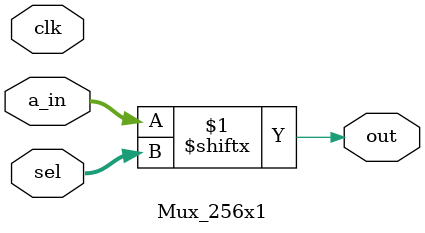
<source format=v>
module Mux_256x1 (
			input clk,
			input [255:0] a_in,
			input [7:0] sel,
			output out
		);

	wire [1:0] w;
	wire [3:0] t;

	/*always @(posedge clk) begin
		out <= a_in[sel];
	end */
	
	assign out = a_in[sel];
	/*
	Mux_128x1 m1(.clk(clk), .sel(sel[6:0]), .a_in(a_in[127:0]), .out(w[0]));
	Mux_128x1 m2(.clk(clk), .sel(sel[6:0]), .a_in(a_in[255:128]), .out(w[1]));
	Mux_128x1 m3(.clk(clk), .sel({6'b0, sel[7]}), .a_in({126'b0, w}), .out(out));
	*/
	/*
	Mux_64x1 m1(.clk(clk), .sel(sel[5:0]), .a_in(a_in[63:0]), .out(t[0]));
	Mux_64x1 m2(.clk(clk), .sel(sel[5:0]), .a_in(a_in[127:64]), .out(t[1]));
	Mux_64x1 m3(.clk(clk), .sel(sel[5:0]), .a_in(a_in[191:128]), .out(t[2]));
	Mux_64x1 m4(.clk(clk), .sel(sel[5:0]), .a_in(a_in[255:192]), .out(t[3]));

	Mux_64x1 m5(.clk(clk), .sel({4'b0, sel[7:6]}), .a_in({60'b0,t}), .out(out));	
	*/

endmodule

</source>
